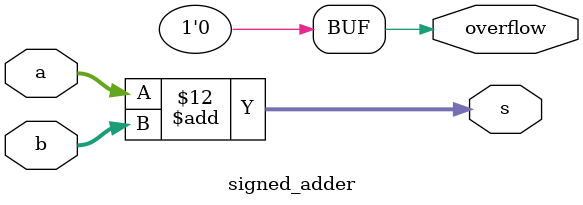
<source format=v>

module signed_adder(input [7:0] a,
    input [7:0] b,
    output [7:0] s,
    output overflow
); 

// The numbers a and b are added to the output s. 
// assign the occurence of the signed overflow of a and b to the output overflow.
// a signed overflow occurs if the most significant bits of a and b are low and the most significant bit of s is high
// a signed overflow may also occur if the most significant bits of a and b are high and the most significant bit of s is low


// if the most significant bit of a is low and the most significant bit of b is high, the signed adder will add the numbers and set the overflow high
assign overflow = (a[7] & b[7]) | ((~a[7]) & (~b[7]) & s[7]);

// if the most significant bit of a is high and the most significant bit of b is low, the signed adder will add the numbers and set the overflow low
assign overflow = (a[7] & (~b[7])) | ((~a[7]) & b[7]);

// if the most significant bit of a and b are both high or both low, the signed adder will not add the numbers to the output s
assign overflow = 0;

// assign the output to the output s
assign s = a + b;

endmodule

</source>
